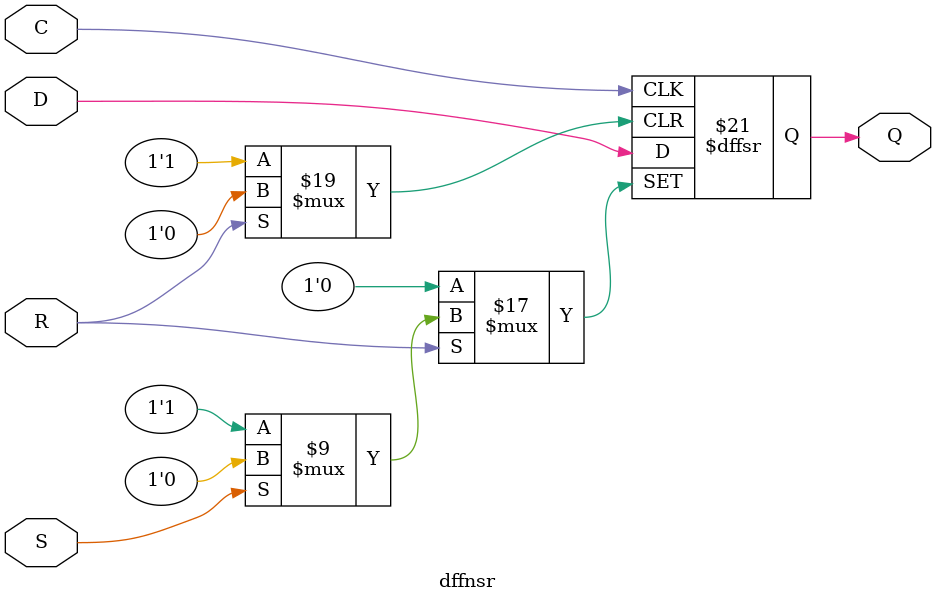
<source format=v>

(* abc9_box, lib_whitebox *)
module adder_lut4(
   output lut4_out,
   (* abc9_carry *)
   output cout,
   input [0:3] in,
   (* abc9_carry *)
   input cin
);
    parameter [0:15] LUT=0;
    parameter IN2_IS_CIN = 0;

    wire [0:3] li = (IN2_IS_CIN) ? {in[0], in[1], cin, in[3]} : {in[0], in[1], in[2], in[3]};

    // Output function
    wire [0:7] s1 = li[0] ?
        {LUT[0], LUT[2], LUT[4], LUT[6], LUT[8], LUT[10], LUT[12], LUT[14]}:
        {LUT[1], LUT[3], LUT[5], LUT[7], LUT[9], LUT[11], LUT[13], LUT[15]};

    wire [0:3] s2 = li[1] ? {s1[0], s1[2], s1[4], s1[6]} : 
                            {s1[1], s1[3], s1[5], s1[7]};

    wire [0:1] s3 = li[2] ? {s2[0], s2[2]} : {s2[1], s2[3]};

    assign lut4_out = li[3] ? s3[0] : s3[1];
    
    // Carry out function
    assign cout = (s2[2]) ? cin : s2[3];
endmodule

(* abc9_lut=1, lib_whitebox *)
module frac_lut4(
   input [0:3] in,
   output [0:1] lut2_out,
   output lut4_out
);
    parameter [0:15] LUT = 0;
    
    // Effective LUT input
    wire [0:3] li = in;

    // Output function
    wire [0:7] s1 = li[0] ?
        {LUT[0], LUT[2], LUT[4], LUT[6], LUT[8], LUT[10], LUT[12], LUT[14]}:
        {LUT[1], LUT[3], LUT[5], LUT[7], LUT[9], LUT[11], LUT[13], LUT[15]};

    wire [0:3] s2 = li[1] ? {s1[0], s1[2], s1[4], s1[6]} : 
                            {s1[1], s1[3], s1[5], s1[7]};

    wire [0:1] s3 = li[2] ? {s2[0], s2[2]} : {s2[1], s2[3]};

    assign lut2_out[0] = s2[2];
    assign lut2_out[1] = s2[3];

    assign  lut4_out = li[3] ? s3[0] : s3[1];

endmodule

(* abc9_flop, lib_whitebox *)
module scff(
    output reg Q,
    input D,
    input clk
);
    parameter [0:0] INIT = 1'b0;
    initial Q = INIT;

    always @(posedge clk)
        Q <= D;
endmodule

(* abc9_flop, lib_whitebox *)
module dff(
    output reg Q,
    input D,
    (* clkbuf_sink *)
    input C
);
    parameter [0:0] INIT = 1'b0;
    initial Q = INIT;

    always @(posedge C)
            Q <= D;
endmodule

(* abc9_flop, lib_whitebox *)
module dffr(
    output reg Q,
    input D,
    (* clkbuf_sink *)
    input C,
    input R
);
    parameter [0:0] INIT = 1'b0;
    initial Q = INIT;

    always @(posedge C or negedge R)
        if (!R)
            Q <= 1'b0;
        else 
            Q <= D;
endmodule

(* abc9_flop, lib_whitebox *)
module sh_dff(
    output reg Q,
    input D,
    (* clkbuf_sink *)
    input C
);
    parameter [0:0] INIT = 1'b0;
    initial Q = INIT;

    always @(posedge C)
            Q <= D;
endmodule

(* abc9_flop, lib_whitebox *)
module dffs(
    output reg Q,
    input D,
    (* clkbuf_sink *)
    input C,
    input S
);
    parameter [0:0] INIT = 1'b0;
    initial Q = INIT;

    always @(posedge C or negedge S)
        if (!S)
            Q <= 1'b1;
        else
            Q <= D;
endmodule

(* abc9_flop, lib_whitebox *)
module dffn(
    output reg Q,
    input D,
    (* clkbuf_sink *)
    input C
);
    parameter [0:0] INIT = 1'b0;
    initial Q = INIT;

    always @(negedge C)
            Q <= D;
endmodule

(* abc9_flop, lib_whitebox *)
module dffnr(
    output reg Q,
    input D,
    (* clkbuf_sink *)
    input C,
    input R
);
    parameter [0:0] INIT = 1'b0;
    initial Q = INIT;

    always @(negedge C or negedge R)
        if (!R)
            Q <= 1'b0;
        else 
            Q <= D;
endmodule

(* abc9_flop, lib_whitebox *)
module dffns(
    output reg Q,
    input D,
    (* clkbuf_sink *)
    input C,
    input S
);
    parameter [0:0] INIT = 1'b0;
    initial Q = INIT;

    always @(negedge C or negedge S)
        if (!S)
            Q <= 1'b1;
        else
            Q <= D;
endmodule

(* abc9_flop, lib_whitebox *)
module dffsr(
    output reg Q,
    input D,
    (* clkbuf_sink *)
    input C,
    input R,
    input S
);
    parameter [0:0] INIT = 1'b0;
    initial Q = INIT;

    always @(posedge C or negedge S or negedge R)
        if (!S)
            Q <= 1'b1;
        else if (!R)
            Q <= 1'b0;
        else
            Q <= D;
endmodule

(* abc9_flop, lib_whitebox *)
module dffnsr(
    output reg Q,
    input D,
    (* clkbuf_sink *)
    input C,
    input R,
    input S
);
    parameter [0:0] INIT = 1'b0;
    initial Q = INIT;

    always @(negedge C or negedge S or negedge R)
        if (!S)
            Q <= 1'b1;
        else if (!R)
            Q <= 1'b0;
        else
            Q <= D;
endmodule

</source>
